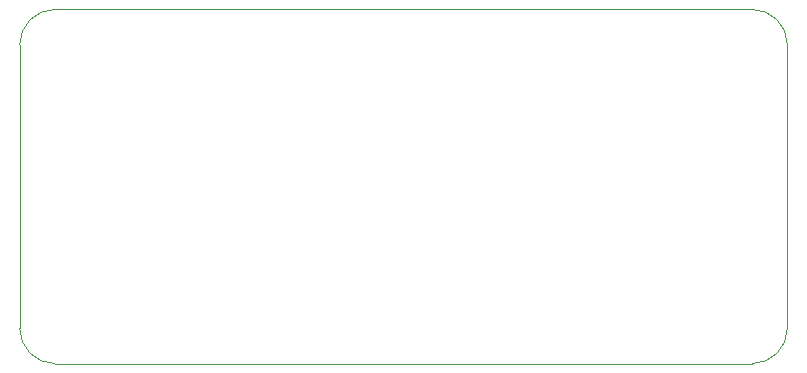
<source format=gko>
G04*
G04 #@! TF.GenerationSoftware,Altium Limited,Altium Designer,24.0.1 (36)*
G04*
G04 Layer_Color=16711935*
%FSLAX44Y44*%
%MOMM*%
G71*
G04*
G04 #@! TF.SameCoordinates,AAA4E2E7-C06B-4B28-9501-2596A0623A30*
G04*
G04*
G04 #@! TF.FilePolarity,Positive*
G04*
G01*
G75*
%ADD18C,0.0762*%
D18*
X1280520Y898766D02*
G03*
X1310520Y928766I0J30000D01*
G01*
X1310520Y1168766D02*
G03*
X1280520Y1198766I-30000J0D01*
G01*
X690520Y1198766D02*
G03*
X660520Y1168766I0J-30000D01*
G01*
X660520Y928766D02*
G03*
X690520Y898766I30000J0D01*
G01*
Y898766D02*
X1280520D01*
X1310520Y1168766D02*
X1310520Y928766D01*
X690520Y1198766D02*
X1280520Y1198766D01*
X660520Y1168766D02*
X660520Y928766D01*
M02*

</source>
